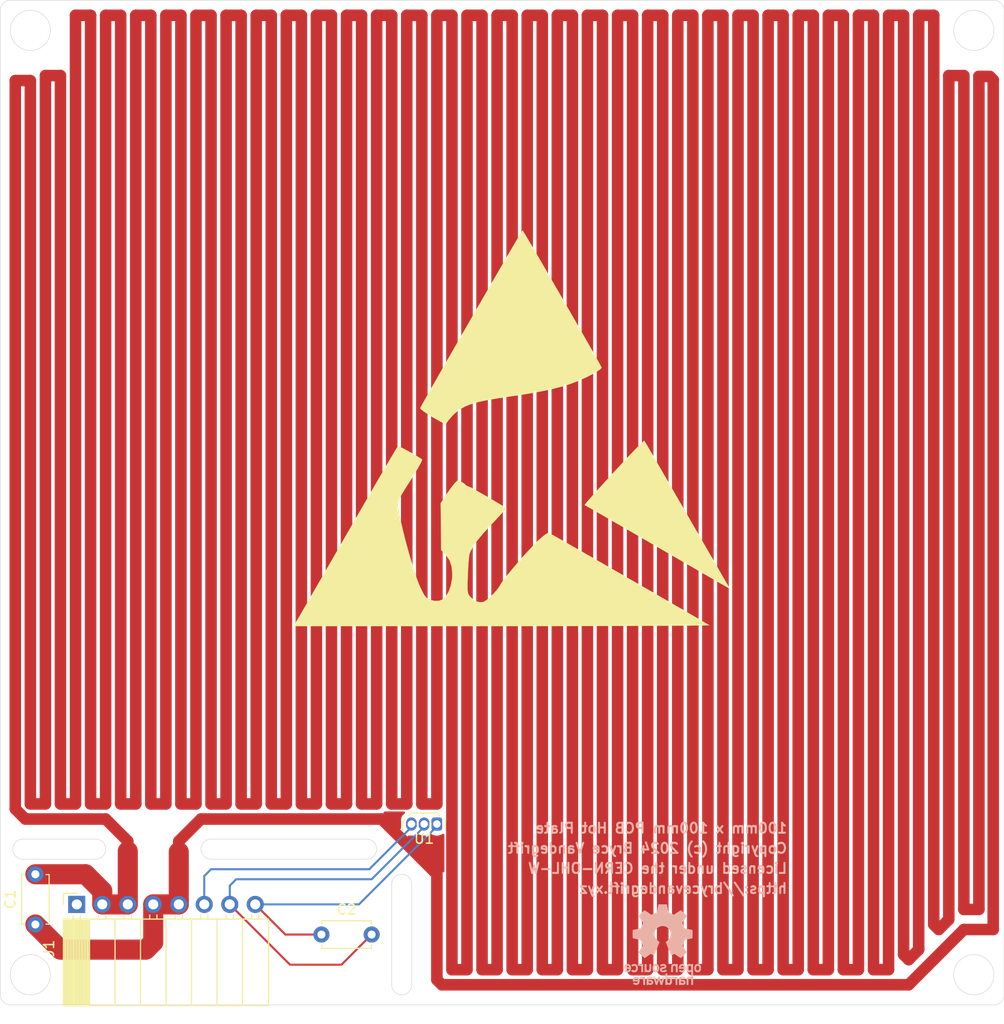
<source format=kicad_pcb>
(kicad_pcb (version 20240108) (generator "pcbnew") (generator_version "8.0")
  (layers (0 "F.Cu" signal) (31 "B.Cu" signal) (34 "B.Paste" user) (35 "F.Paste" user) (36 "B.SilkS" user "B.Silkscreen") (37 "F.SilkS" user "F.Silkscreen") (38 "B.Mask" user) (39 "F.Mask" user) (44 "Edge.Cuts" user))
  (net 0 "")
  (net 1 "/HEATER")
  (net 2 "Net-(J1-Pin_7)")
  (net 3 "Net-(J1-Pin_8)")
  (net 4 "Net-(J1-Pin_6)")
  (footprint "Connector_PinSocket_2.54mm:PinSocket_1x08_P2.54mm_Horizontal" (layer "F.Cu") (at 164.125 136 90)
    (property "Reference" "J1" (at -4.38 -2.77 90) (layer "F.SilkS"))
    (property "Value" "Conn_01x08_Socket")
    (pad "1" thru_hole rect (at 0 0 90) (size 1.7 1.7) (drill 1) (layers "*.Cu" "*.Mask"))
    (pad "2" thru_hole oval (at 0 2.54 90) (size 1.7 1.7) (drill 1) (layers "*.Cu" "*.Mask") (net 1 "/HEATER"))
    (pad "3" thru_hole oval (at 0 5.08 90) (size 1.7 1.7) (drill 1) (layers "*.Cu" "*.Mask") (net 1 "/HEATER"))
    (pad "4" thru_hole oval (at 0 7.62 90) (size 1.7 1.7) (drill 1) (layers "*.Cu" "*.Mask") (net 1 "/HEATER"))
    (pad "5" thru_hole oval (at 0 10.16 90) (size 1.7 1.7) (drill 1) (layers "*.Cu" "*.Mask") (net 1 "/HEATER"))
    (pad "6" thru_hole oval (at 0 12.7 90) (size 1.7 1.7) (drill 1) (layers "*.Cu" "*.Mask") (net 4 "Net-(J1-Pin_6)"))
    (pad "7" thru_hole oval (at 0 15.24 90) (size 1.7 1.7) (drill 1) (layers "*.Cu" "*.Mask") (net 2 "Net-(J1-Pin_7)"))
    (pad "8" thru_hole oval (at 0 17.78 90) (size 1.7 1.7) (drill 1) (layers "*.Cu" "*.Mask") (net 3 "Net-(J1-Pin_8)"))
  )
  (footprint "Symbol:ESD-Logo_44.1x40mm_SilkScreen" (layer "F.Cu") (at 207.5 88.5)
    (property "Reference" "REF**" (hide yes))
    (property "Value" "ESD-Logo_44.1x40mm_SilkScreen" (hide yes))
  )
  (footprint "Capacitor_THT:C_Disc_D4.7mm_W2.5mm_P5.00mm" (layer "F.Cu") (at 188.5 139)
    (property "Reference" "C2" (at 2.5 -2.5 0) (layer "F.SilkS"))
    (property "Value" "0.1uF")
    (pad "1" thru_hole circle (at 0 0) (size 1.6 1.6) (drill 0.8) (layers "*.Cu" "*.Mask") (net 2 "Net-(J1-Pin_7)"))
    (pad "2" thru_hole circle (at 5 0) (size 1.6 1.6) (drill 0.8) (layers "*.Cu" "*.Mask") (net 4 "Net-(J1-Pin_6)"))
  )
  (footprint "Capacitor_THT:C_Disc_D4.7mm_W2.5mm_P5.00mm" (layer "F.Cu") (at 160 138 90)
    (property "Reference" "C1" (at 2.5 -2.5 90) (layer "F.SilkS"))
    (property "Value" "0.1uF")
    (pad "1" thru_hole circle (at 0 0 90) (size 1.6 1.6) (drill 0.8) (layers "*.Cu" "*.Mask") (net 1 "/HEATER"))
    (pad "2" thru_hole circle (at 5 0 90) (size 1.6 1.6) (drill 0.8) (layers "*.Cu" "*.Mask") (net 1 "/HEATER"))
  )
  (footprint "Package_TO_SOT_THT:TO-92Flat" (layer "F.Cu") (at 200 128 180)
    (property "Reference" "U1" (at 1.27 -1.45 360) (layer "F.SilkS"))
    (property "Value" "LMT87LPGM")
    (pad "1" thru_hole roundrect (at 0 0 180) (size 1.05 1.3) (drill 0.75) (layers "*.Cu" "*.Mask") (roundrect_rratio 0.238) (net 3 "Net-(J1-Pin_8)"))
    (pad "2" thru_hole oval (at 1.27 0 180) (size 1.05 1.3) (drill 0.75) (layers "*.Cu" "*.Mask") (net 2 "Net-(J1-Pin_7)"))
    (pad "3" thru_hole oval (at 2.54 0 180) (size 1.05 1.3) (drill 0.75) (layers "*.Cu" "*.Mask") (net 4 "Net-(J1-Pin_6)"))
  )
  (footprint "Symbol:OSHW-Logo_7.5x8mm_SilkScreen" (layer "B.Cu") (at 222.5 140 180)
    (property "Reference" "REF**" (hide yes))
    (property "Value" "OSHW-Logo_7.5x8mm_SilkScreen" (hide yes))
  )
  (gr_line (start 166 131.5) (end 158.75 131.5) (stroke (width 0.05)) (layer "Edge.Cuts"))
  (gr_circle (center 253.5 143) (end 253.5 141) (stroke (width 0.05)) (fill none) (layer "Edge.Cuts"))
  (gr_line (start 193 129.5) (end 177.5 129.5) (stroke (width 0.05)) (layer "Edge.Cuts"))
  (gr_arc (start 177.5 131.5) (mid 176.5 130.5) (end 177.5 129.5) (stroke (width 0.05)) (layer "Edge.Cuts"))
  (gr_line (start 156.5 145) (end 156.5 47) (stroke (width 0.05)) (layer "Edge.Cuts"))
  (gr_arc (start 195.5 134) (mid 196.5 133) (end 197.5 134) (stroke (width 0.05)) (layer "Edge.Cuts"))
  (gr_circle (center 159.5 143) (end 159.5 141) (stroke (width 0.05)) (fill none) (layer "Edge.Cuts"))
  (gr_line (start 195.5 134) (end 195.5 144) (stroke (width 0.05)) (layer "Edge.Cuts"))
  (gr_arc (start 158.75 131.5) (mid 157.75 130.5) (end 158.75 129.5) (stroke (width 0.05)) (layer "Edge.Cuts"))
  (gr_arc (start 256.5 145) (mid 256.207107 145.707107) (end 255.5 146) (stroke (width 0.05)) (layer "Edge.Cuts"))
  (gr_line (start 255.5 46) (end 157.5 46) (stroke (width 0.05)) (layer "Edge.Cuts"))
  (gr_circle (center 159.5 49) (end 159.5 47) (stroke (width 0.05)) (fill none) (layer "Edge.Cuts"))
  (gr_line (start 177.5 131.5) (end 193 131.5) (stroke (width 0.05)) (layer "Edge.Cuts"))
  (gr_arc (start 197.5 144) (mid 196.5 145) (end 195.5 144) (stroke (width 0.05)) (layer "Edge.Cuts"))
  (gr_line (start 158.75 129.5) (end 166 129.5) (stroke (width 0.05)) (layer "Edge.Cuts"))
  (gr_line (start 157.5 146) (end 255.5 146) (stroke (width 0.05)) (layer "Edge.Cuts"))
  (gr_arc (start 157.5 146) (mid 156.792893 145.707107) (end 156.5 145) (stroke (width 0.05)) (layer "Edge.Cuts"))
  (gr_line (start 197.5 144) (end 197.5 134) (stroke (width 0.05)) (layer "Edge.Cuts"))
  (gr_arc (start 193 129.5) (mid 194 130.5) (end 193 131.5) (stroke (width 0.05)) (layer "Edge.Cuts"))
  (gr_arc (start 166 129.5) (mid 167 130.5) (end 166 131.5) (stroke (width 0.05)) (layer "Edge.Cuts"))
  (gr_arc (start 255.5 46) (mid 256.207107 46.292893) (end 256.5 47) (stroke (width 0.05)) (layer "Edge.Cuts"))
  (gr_line (start 256.5 145) (end 256.5 47) (stroke (width 0.05)) (layer "Edge.Cuts"))
  (gr_arc (start 156.5 47) (mid 156.792893 46.292893) (end 157.5 46) (stroke (width 0.05)) (layer "Edge.Cuts"))
  (gr_circle (center 253.5 49) (end 253.5 47) (stroke (width 0.05)) (fill none) (layer "Edge.Cuts"))
  (gr_text "100mm x 100mm PCB Hot Plate" (at 235 129 0) (layer "B.SilkS") (effects (font (size 1 1) (thickness 0.2) (bold yes)) (justify left bottom mirror)))
  (gr_text "Copyright (c) 2024 Bryce Vandegrift" (at 235 131 0) (layer "B.SilkS") (effects (font (size 1 1) (thickness 0.2) (bold yes)) (justify left bottom mirror)))
  (gr_text "https://brycevandegrift.xyz" (at 235 135 0) (layer "B.SilkS") (effects (font (size 1 1) (thickness 0.2) (bold yes)) (justify left bottom mirror)))
  (gr_text "Licensed under the CERN-OHL-W" (at 235 133 0) (layer "B.SilkS") (effects (font (size 1 1) (thickness 0.2) (bold yes)) (justify left bottom mirror)))
  (segment (start 227 142.5) (end 227 47.5) (width 1.15) (layer "F.Cu") (net 1))
  (segment (start 171.5 47.5) (end 171.5 126) (width 1.15) (layer "F.Cu") (net 1))
  (segment (start 195.5 126) (end 197 126) (width 1.15) (layer "F.Cu") (net 1))
  (segment (start 177.5 47.5) (end 177.5 126) (width 1.15) (layer "F.Cu") (net 1))
  (segment (start 183.5 126) (end 185 126) (width 1.15) (layer "F.Cu") (net 1))
  (segment (start 174.5 47.5) (end 174.5 126) (width 1.15) (layer "F.Cu") (net 1))
  (segment (start 216.5 47.5) (end 216.5 142.5) (width 1.15) (layer "F.Cu") (net 1))
  (segment (start 215 142.5) (end 215 47.5) (width 1.15) (layer "F.Cu") (net 1))
  (segment (start 189.5 126) (end 191 126) (width 1.15) (layer "F.Cu") (net 1))
  (segment (start 212 47.5) (end 213.5 47.5) (width 1.15) (layer "F.Cu") (net 1))
  (segment (start 173 47.5) (end 174.5 47.5) (width 1.15) (layer "F.Cu") (net 1))
  (segment (start 171.745 136) (end 171.745 139.755) (width 2) (layer "F.Cu") (net 1))
  (segment (start 180.5 47.5) (end 180.5 126) (width 1.15) (layer "F.Cu") (net 1))
  (segment (start 165 133) (end 160 133) (width 2) (layer "F.Cu") (net 1))
  (segment (start 168.5 126) (end 170 126) (width 1.15) (layer "F.Cu") (net 1))
  (segment (start 254 136.5) (end 254 53.580683) (width 1.15) (layer "F.Cu") (net 1))
  (segment (start 168.5 47.5) (end 168.5 126) (width 1.15) (layer "F.Cu") (net 1))
  (segment (start 207.5 142.5) (end 209 142.5) (width 1.15) (layer "F.Cu") (net 1))
  (segment (start 179 47.5) (end 180.5 47.5) (width 1.15) (layer "F.Cu") (net 1))
  (segment (start 224 142.5) (end 224 47.5) (width 1.15) (layer "F.Cu") (net 1))
  (segment (start 165.5 126) (end 167 126) (width 1.15) (layer "F.Cu") (net 1))
  (segment (start 233 142.5) (end 233 47.5) (width 1.15) (layer "F.Cu") (net 1))
  (segment (start 210.5 142.5) (end 212 142.5) (width 1.15) (layer "F.Cu") (net 1))
  (segment (start 251 137.5) (end 251 53.5) (width 1.15) (layer "F.Cu") (net 1))
  (segment (start 233 47.5) (end 234.5 47.5) (width 1.15) (layer "F.Cu") (net 1))
  (segment (start 237.5 142.5) (end 239 142.5) (width 1.15) (layer "F.Cu") (net 1))
  (segment (start 167 127.5) (end 169.205 129.705) (width 1.15) (layer "F.Cu") (net 1))
  (segment (start 186.5 47.5) (end 186.5 126) (width 1.15) (layer "F.Cu") (net 1))
  (segment (start 219.5 142.5) (end 221 142.5) (width 1.15) (layer "F.Cu") (net 1))
  (segment (start 255.425 138.5) (end 252.5 138.5) (width 1.15) (layer "F.Cu") (net 1))
  (segment (start 252.5 53.5) (end 252.5 136.5) (width 1.15) (layer "F.Cu") (net 1))
  (segment (start 209 142.5) (end 209 47.5) (width 1.15) (layer "F.Cu") (net 1))
  (segment (start 165.5 47.5) (end 165.5 126) (width 1.15) (layer "F.Cu") (net 1))
  (segment (start 170 47.5) (end 171.5 47.5) (width 1.15) (layer "F.Cu") (net 1))
  (segment (start 159.5 126) (end 161 126) (width 1.15) (layer "F.Cu") (net 1))
  (segment (start 166.665 136) (end 169.205 136) (width 2) (layer "F.Cu") (net 1))
  (segment (start 197 47.5) (end 198.5 47.5) (width 1.15) (layer "F.Cu") (net 1))
  (segment (start 176 126) (end 176 47.5) (width 1.15) (layer "F.Cu") (net 1))
  (segment (start 180.5 126) (end 182 126) (width 1.15) (layer "F.Cu") (net 1))
  (segment (start 176 47.5) (end 177.5 47.5) (width 1.15) (layer "F.Cu") (net 1))
  (segment (start 252.5 138.5) (end 247 144) (width 1.15) (layer "F.Cu") (net 1))
  (segment (start 219.5 47.5) (end 219.5 142.5) (width 1.15) (layer "F.Cu") (net 1))
  (segment (start 213.5 47.5) (end 213.5 142.5) (width 1.15) (layer "F.Cu") (net 1))
  (segment (start 231.5 47.5) (end 231.5 142.5) (width 1.15) (layer "F.Cu") (net 1))
  (segment (start 255.080683 53.580683) (end 255.425 53.925) (width 1.15) (layer "F.Cu") (net 1))
  (segment (start 200 143.5) (end 200 133) (width 1.15) (layer "F.Cu") (net 1))
  (segment (start 204.5 47.5) (end 204.5 142.5) (width 1.15) (layer "F.Cu") (net 1))
  (segment (start 183.5 47.5) (end 183.5 126) (width 1.15) (layer "F.Cu") (net 1))
  (segment (start 159 127.5) (end 158 126.5) (width 1.15) (layer "F.Cu") (net 1))
  (segment (start 171.745 136) (end 174.285 136) (width 2) (layer "F.Cu") (net 1))
  (segment (start 161 53.5) (end 162.5 53.5) (width 1.15) (layer "F.Cu") (net 1))
  (segment (start 194.5 127.5) (end 176.5 127.5) (width 1.15) (layer "F.Cu") (net 1))
  (segment (start 248 140.5) (end 248 47.5) (width 1.15) (layer "F.Cu") (net 1))
  (segment (start 206 142.5) (end 206 47.5) (width 1.15) (layer "F.Cu") (net 1))
  (segment (start 158 126.5) (end 158 54) (width 1.15) (layer "F.Cu") (net 1))
  (segment (start 225.5 47.5) (end 225.5 142.5) (width 1.15) (layer "F.Cu") (net 1))
  (segment (start 218 47.5) (end 219.5 47.5) (width 1.15) (layer "F.Cu") (net 1))
  (segment (start 169.205 136) (end 169.205 130.705) (width 2) (layer "F.Cu") (net 1))
  (segment (start 167 126) (end 167 47.5) (width 1.15) (layer "F.Cu") (net 1))
  (segment (start 197 126) (end 197 47.5) (width 1.15) (layer "F.Cu") (net 1))
  (segment (start 200 47.5) (end 201.5 47.5) (width 1.15) (layer "F.Cu") (net 1))
  (segment (start 171.5 126) (end 173 126) (width 1.15) (layer "F.Cu") (net 1))
  (segment (start 236 47.5) (end 237.5 47.5) (width 1.15) (layer "F.Cu") (net 1))
  (segment (start 192.5 47.5) (end 192.5 126) (width 1.15) (layer "F.Cu") (net 1))
  (segment (start 164 47.5) (end 165.5 47.5) (width 1.15) (layer "F.Cu") (net 1))
  (segment (start 250 138.5) (end 251 137.5) (width 1.15) (layer "F.Cu") (net 1))
  (segment (start 170 126) (end 170 47.5) (width 1.15) (layer "F.Cu") (net 1))
  (segment (start 240.5 142.5) (end 242 142.5) (width 1.15) (layer "F.Cu") (net 1))
  (segment (start 239 142.5) (end 239 47.5) (width 1.15) (layer "F.Cu") (net 1))
  (segment (start 245 142.5) (end 245 47.5) (width 1.15) (layer "F.Cu") (net 1))
  (segment (start 228.5 142.5) (end 230 142.5) (width 1.15) (layer "F.Cu") (net 1))
  (segment (start 234.5 142.5) (end 236 142.5) (width 1.15) (layer "F.Cu") (net 1))
  (segment (start 228.5 47.5) (end 228.5 142.5) (width 1.15) (layer "F.Cu") (net 1))
  (segment (start 254 53.580683) (end 254.002866 53.580581) (width 1.15) (layer "F.Cu") (net 1))
  (segment (start 200 126) (end 200 47.5) (width 1.15) (layer "F.Cu") (net 1))
  (segment (start 243.5 47.5) (end 243.5 142.5) (width 1.15) (layer "F.Cu") (net 1))
  (segment (start 247 141.5) (end 248 140.5) (width 1.15) (layer "F.Cu") (net 1))
  (segment (start 236 142.5) (end 236 47.5) (width 1.15) (layer "F.Cu") (net 1))
  (segment (start 182 126) (end 182 47.5) (width 1.15) (layer "F.Cu") (net 1))
  (segment (start 166.665 134.665) (end 165 133) (width 2) (layer "F.Cu") (net 1))
  (segment (start 240.5 47.5) (end 240.5 142.5) (width 1.15) (layer "F.Cu") (net 1))
  (segment (start 212 142.5) (end 212 47.5) (width 1.15) (layer "F.Cu") (net 1))
  (segment (start 222.5 142.5) (end 224 142.5) (width 1.15) (layer "F.Cu") (net 1))
  (segment (start 237.5 47.5) (end 237.5 142.5) (width 1.15) (layer "F.Cu") (net 1))
  (segment (start 191 126) (end 191 47.5) (width 1.15) (layer "F.Cu") (net 1))
  (segment (start 230 47.5) (end 231.5 47.5) (width 1.15) (layer "F.Cu") (net 1))
  (segment (start 245 47.5) (end 246.5 47.5) (width 1.15) (layer "F.Cu") (net 1))
  (segment (start 174.5 126) (end 176 126) (width 1.15) (layer "F.Cu") (net 1))
  (segment (start 198.5 126) (end 200 126) (width 1.15) (layer "F.Cu") (net 1))
  (segment (start 247 144) (end 200.5 144) (width 1.15) (layer "F.Cu") (net 1))
  (segment (start 195.5 47.5) (end 195.5 126) (width 1.15) (layer "F.Cu") (net 1))
  (segment (start 246.5 47.5) (end 246.5 141) (width 1.15) (layer "F.Cu") (net 1))
  (segment (start 242 47.5) (end 243.5 47.5) (width 1.15) (layer "F.Cu") (net 1))
  (segment (start 216.5 142.5) (end 218 142.5) (width 1.15) (layer "F.Cu") (net 1))
  (segment (start 248 47.5) (end 249.5 47.5) (width 1.15) (layer "F.Cu") (net 1))
  (segment (start 246.5 141) (end 247 141.5) (width 1.15) (layer "F.Cu") (net 1))
  (segment (start 167 47.5) (end 168.5 47.5) (width 1.15) (layer "F.Cu") (net 1))
  (segment (start 221 142.5) (end 221 47.5) (width 1.15) (layer "F.Cu") (net 1))
  (segment (start 186.5 126) (end 188 126) (width 1.15) (layer "F.Cu") (net 1))
  (segment (start 239 47.5) (end 240.5 47.5) (width 1.15) (layer "F.Cu") (net 1))
  (segment (start 162.5 53.5) (end 162.5 126) (width 1.15) (layer "F.Cu") (net 1))
  (segment (start 191 47.5) (end 192.5 47.5) (width 1.15) (layer "F.Cu") (net 1))
  (segment (start 177.5 126) (end 179 126) (width 1.15) (layer "F.Cu") (net 1))
  (segment (start 188 47.5) (end 189.5 47.5) (width 1.15) (layer "F.Cu") (net 1))
  (segment (start 222.5 47.5) (end 222.5 142.5) (width 1.15) (layer "F.Cu") (net 1))
  (segment (start 255.425 53.925) (end 255.425 138.5) (width 1.15) (layer "F.Cu") (net 1))
  (segment (start 234.5 47.5) (end 234.5 142.5) (width 1.15) (layer "F.Cu") (net 1))
  (segment (start 209 47.5) (end 210.5 47.5) (width 1.15) (layer "F.Cu") (net 1))
  (segment (start 213.5 142.5) (end 215 142.5) (width 1.15) (layer "F.Cu") (net 1))
  (segment (start 192.5 126) (end 194 126) (width 1.15) (layer "F.Cu") (net 1))
  (segment (start 176.5 127.5) (end 174.285 129.715) (width 1.15) (layer "F.Cu") (net 1))
  (segment (start 162.5 140.5) (end 160 138) (width 2) (layer "F.Cu") (net 1))
  (segment (start 200 133) (end 194.5 127.5) (width 1.15) (layer "F.Cu") (net 1))
  (segment (start 164 126) (end 164 47.5) (width 1.15) (layer "F.Cu") (net 1))
  (segment (start 161 126) (end 161 53.5) (width 1.15) (layer "F.Cu") (net 1))
  (segment (start 204.5 142.5) (end 206 142.5) (width 1.15) (layer "F.Cu") (net 1))
  (segment (start 169.205 129.705) (end 169.205 130.705) (width 1.15) (layer "F.Cu") (net 1))
  (segment (start 206 47.5) (end 207.5 47.5) (width 1.15) (layer "F.Cu") (net 1))
  (segment (start 166.665 136) (end 166.665 134.665) (width 2) (layer "F.Cu") (net 1))
  (segment (start 171.745 139.755) (end 171 140.5) (width 2) (layer "F.Cu") (net 1))
  (segment (start 171 140.5) (end 162.5 140.5) (width 2) (layer "F.Cu") (net 1))
  (segment (start 215 47.5) (end 216.5 47.5) (width 1.15) (layer "F.Cu") (net 1))
  (segment (start 201.5 142.5) (end 203 142.5) (width 1.15) (layer "F.Cu") (net 1))
  (segment (start 201.5 47.5) (end 201.5 142.5) (width 1.15) (layer "F.Cu") (net 1))
  (segment (start 189.5 47.5) (end 189.5 126) (width 1.15) (layer "F.Cu") (net 1))
  (segment (start 249.5 47.5) (end 249.5 138) (width 1.15) (layer "F.Cu") (net 1))
  (segment (start 221 47.5) (end 222.5 47.5) (width 1.15) (layer "F.Cu") (net 1))
  (segment (start 188 126) (end 188 47.5) (width 1.15) (layer "F.Cu") (net 1))
  (segment (start 224 47.5) (end 225.5 47.5) (width 1.15) (layer "F.Cu") (net 1))
  (segment (start 198.5 47.5) (end 198.5 126) (width 1.15) (layer "F.Cu") (net 1))
  (segment (start 218 142.5) (end 218 47.5) (width 1.15) (layer "F.Cu") (net 1))
  (segment (start 194 47.5) (end 195.5 47.5) (width 1.15) (layer "F.Cu") (net 1))
  (segment (start 158 54) (end 159.5 54) (width 1.15) (layer "F.Cu") (net 1))
  (segment (start 159.5 54) (end 159.5 126) (width 1.15) (layer "F.Cu") (net 1))
  (segment (start 182 47.5) (end 183.5 47.5) (width 1.15) (layer "F.Cu") (net 1))
  (segment (start 179 126) (end 179 47.5) (width 1.15) (layer "F.Cu") (net 1))
  (segment (start 174.285 129.715) (end 174.285 130.785) (width 1.15) (layer "F.Cu") (net 1))
  (segment (start 231.5 142.5) (end 233 142.5) (width 1.15) (layer "F.Cu") (net 1))
  (segment (start 207.5 47.5) (end 207.5 142.5) (width 1.15) (layer "F.Cu") (net 1))
  (segment (start 174.285 136) (end 174.285 130.785) (width 2) (layer "F.Cu") (net 1))
  (segment (start 243.5 142.5) (end 245 142.5) (width 1.15) (layer "F.Cu") (net 1))
  (segment (start 230 142.5) (end 230 47.5) (width 1.15) (layer "F.Cu") (net 1))
  (segment (start 194 126) (end 194 47.5) (width 1.15) (layer "F.Cu") (net 1))
  (segment (start 225.5 142.5) (end 227 142.5) (width 1.15) (layer "F.Cu") (net 1))
  (segment (start 210.5 47.5) (end 210.5 142.5) (width 1.15) (layer "F.Cu") (net 1))
  (segment (start 200.5 144) (end 200 143.5) (width 1.15) (layer "F.Cu") (net 1))
  (segment (start 249.5 138) (end 250 138.5) (width 1.15) (layer "F.Cu") (net 1))
  (segment (start 162.5 126) (end 164 126) (width 1.15) (layer "F.Cu") (net 1))
  (segment (start 254 53.580683) (end 255.080683 53.580683) (width 1.15) (layer "F.Cu") (net 1))
  (segment (start 227 47.5) (end 228.5 47.5) (width 1.15) (layer "F.Cu") (net 1))
  (segment (start 251 53.5) (end 252.5 53.5) (width 1.15) (layer "F.Cu") (net 1))
  (segment (start 203 47.5) (end 204.5 47.5) (width 1.15) (layer "F.Cu") (net 1))
  (segment (start 242 142.5) (end 242 47.5) (width 1.15) (layer "F.Cu") (net 1))
  (segment (start 185 47.5) (end 186.5 47.5) (width 1.15) (layer "F.Cu") (net 1))
  (segment (start 167 127.5) (end 159 127.5) (width 1.15) (layer "F.Cu") (net 1))
  (segment (start 203 142.5) (end 203 47.5) (width 1.15) (layer "F.Cu") (net 1))
  (segment (start 185 126) (end 185 47.5) (width 1.15) (layer "F.Cu") (net 1))
  (segment (start 173 126) (end 173 47.5) (width 1.15) (layer "F.Cu") (net 1))
  (segment (start 252.5 136.5) (end 254 136.5) (width 1.15) (layer "F.Cu") (net 1))
  (segment (start 185.365 142) (end 190.5 142) (width 0.2) (layer "F.Cu") (net 2))
  (segment (start 179.365 136) (end 185.365 142) (width 0.2) (layer "F.Cu") (net 2))
  (segment (start 190.5 142) (end 193.5 139) (width 0.2) (layer "F.Cu") (net 2))
  (segment (start 179.365 134.135) (end 180 133.5) (width 0.2) (layer "B.Cu") (net 2))
  (segment (start 180 133.5) (end 193.5 133.5) (width 0.2) (layer "B.Cu") (net 2))
  (segment (start 193.5 133.5) (end 198.73 128.27) (width 0.2) (layer "B.Cu") (net 2))
  (segment (start 198.73 128.27) (end 198.73 128) (width 0.2) (layer "B.Cu") (net 2))
  (segment (start 179.365 136) (end 179.365 134.135) (width 0.2) (layer "B.Cu") (net 2))
  (segment (start 184.905 139) (end 188.5 139) (width 0.2) (layer "F.Cu") (net 3))
  (segment (start 181.905 136) (end 184.905 139) (width 0.2) (layer "F.Cu") (net 3))
  (segment (start 181.905 136) (end 192.233591 136) (width 0.2) (layer "B.Cu") (net 3))
  (segment (start 192.233591 136) (end 200 128.233591) (width 0.2) (layer "B.Cu") (net 3))
  (segment (start 200 128.233591) (end 200 128) (width 0.2) (layer "B.Cu") (net 3))
  (segment (start 197.46 128.306409) (end 197.46 128) (width 0.2) (layer "B.Cu") (net 4))
  (segment (start 177.5 132.5) (end 193.266409 132.5) (width 0.2) (layer "B.Cu") (net 4))
  (segment (start 193.266409 132.5) (end 197.46 128.306409) (width 0.2) (layer "B.Cu") (net 4))
  (segment (start 176.825 133.175) (end 177.5 132.5) (width 0.2) (layer "B.Cu") (net 4))
  (segment (start 176.825 136) (end 176.825 133.175) (width 0.2) (layer "B.Cu") (net 4))
  (zone (net 1) (net_name "/HEATER") (layer "F.Cu") (connect_pads (clearance 0.5)) (min_thickness 0.25) (fill yes (thermal_gap 0.5) (thermal_bridge_width 0.5))
    (polygon (pts (xy 194.5 126.75) (xy 200.75 126.75) (xy 200.75 133)))
  )
)
</source>
